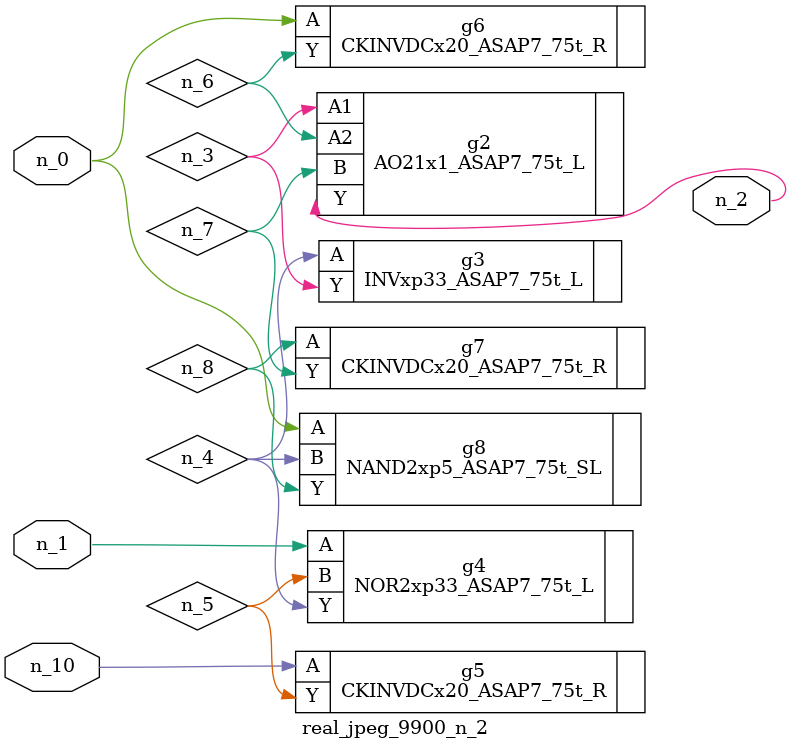
<source format=v>
module real_jpeg_9900_n_2 (n_1, n_10, n_0, n_2);

input n_1;
input n_10;
input n_0;

output n_2;

wire n_5;
wire n_4;
wire n_8;
wire n_6;
wire n_7;
wire n_3;

CKINVDCx20_ASAP7_75t_R g6 ( 
.A(n_0),
.Y(n_6)
);

NAND2xp5_ASAP7_75t_SL g8 ( 
.A(n_0),
.B(n_4),
.Y(n_8)
);

NOR2xp33_ASAP7_75t_L g4 ( 
.A(n_1),
.B(n_5),
.Y(n_4)
);

AO21x1_ASAP7_75t_L g2 ( 
.A1(n_3),
.A2(n_6),
.B(n_7),
.Y(n_2)
);

INVxp33_ASAP7_75t_L g3 ( 
.A(n_4),
.Y(n_3)
);

CKINVDCx20_ASAP7_75t_R g7 ( 
.A(n_8),
.Y(n_7)
);

CKINVDCx20_ASAP7_75t_R g5 ( 
.A(n_10),
.Y(n_5)
);


endmodule
</source>
